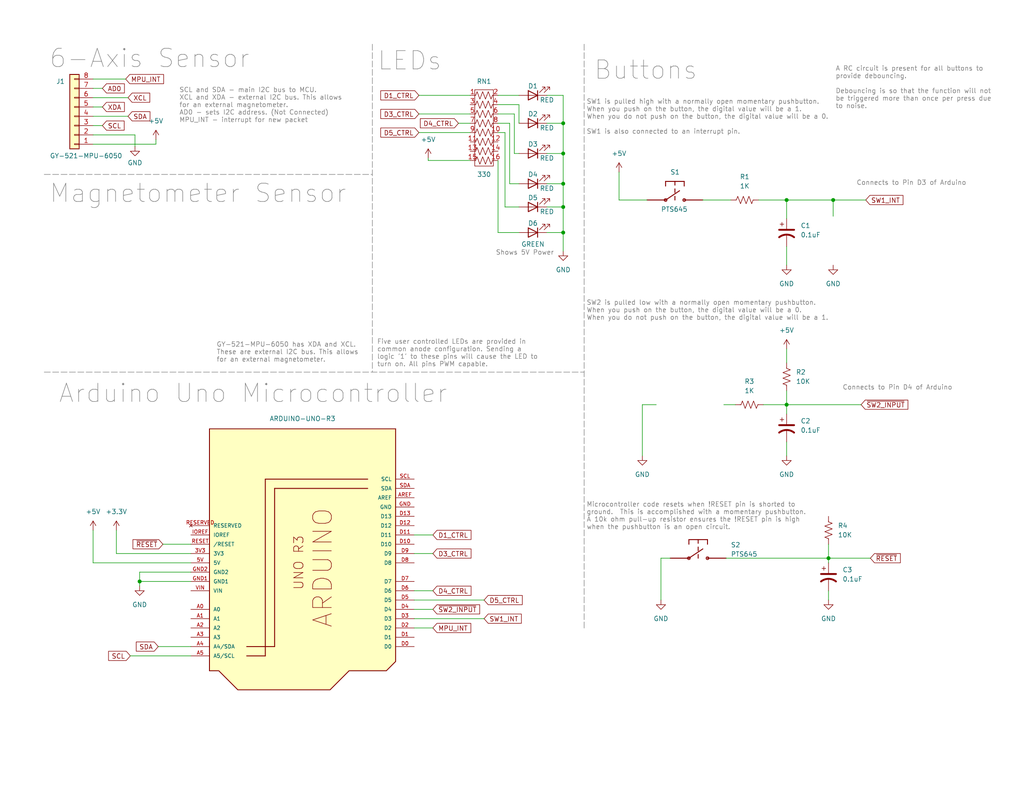
<source format=kicad_sch>
(kicad_sch (version 20230121) (generator eeschema)
  (paper "USLetter")
  (title_block (title "Week 3 Electrical Training Schematic") (date "2023-10-11") (rev "1.0") (company "RoboJackets"))
  (lib_symbols
    (symbol "Connector_Generic:Conn_01x08" (pin_names (offset 1.016) hide)
      (property "Reference" "J" (at 0 10.16 0))
      (property "Value" "Conn_01x08" (at 0 -12.7 0))
      (symbol "Conn_01x08_1_1"
        (rectangle (start -1.27 -10.033) (end 0 -10.287) (stroke (width 0.1524)))
        (rectangle (start -1.27 -7.493) (end 0 -7.747) (stroke (width 0.1524)))
        (rectangle (start -1.27 -4.953) (end 0 -5.207) (stroke (width 0.1524)))
        (rectangle (start -1.27 -2.413) (end 0 -2.667) (stroke (width 0.1524)))
        (rectangle (start -1.27 0.127) (end 0 -0.127) (stroke (width 0.1524)))
        (rectangle (start -1.27 2.667) (end 0 2.413) (stroke (width 0.1524)))
        (rectangle (start -1.27 5.207) (end 0 4.953) (stroke (width 0.1524)))
        (rectangle (start -1.27 7.747) (end 0 7.493) (stroke (width 0.1524)))
        (rectangle (start -1.27 8.89) (end 1.27 -11.43) (stroke (width 0.254)) (fill (type background)))
        (pin passive line (at -5.08 7.62 0) (length 3.81) (name "Pin_1") (number "1"))
        (pin passive line (at -5.08 5.08 0) (length 3.81) (name "Pin_2") (number "2"))
        (pin passive line (at -5.08 2.54 0) (length 3.81) (name "Pin_3") (number "3"))
        (pin passive line (at -5.08 0 0) (length 3.81) (name "Pin_4") (number "4"))
        (pin passive line (at -5.08 -2.54 0) (length 3.81) (name "Pin_5") (number "5"))
        (pin passive line (at -5.08 -5.08 0) (length 3.81) (name "Pin_6") (number "6"))
        (pin passive line (at -5.08 -7.62 0) (length 3.81) (name "Pin_7") (number "7"))
        (pin passive line (at -5.08 -10.16 0) (length 3.81) (name "Pin_8") (number "8"))
      )
    )
    (symbol "Device:C_Polarized_US" (pin_numbers hide) (pin_names (offset 0.254) hide)
      (property "Reference" "C" (at 0.635 2.54 0))
      (property "Value" "C_Polarized_US" (at 0.635 -2.54 0))
      (symbol "C_Polarized_US_0_1"
        (polyline (pts (xy -2.032 0.762) (xy 2.032 0.762)) (stroke (width 0.508)))
        (polyline (pts (xy -1.778 2.286) (xy -0.762 2.286)))
        (polyline (pts (xy -1.27 1.778) (xy -1.27 2.794)))
        (arc (start 2.032 -1.27) (mid 0 -0.5572) (end -2.032 -1.27) (stroke (width 0.508)))
      )
      (symbol "C_Polarized_US_1_1"
        (pin passive line (at 0 3.81 270) (length 2.794) (name "~") (number "1"))
        (pin passive line (at 0 -3.81 90) (length 3.302) (name "~") (number "2"))
      )
    )
    (symbol "Device:LED" (pin_numbers hide) (pin_names (offset 1.016) hide)
      (property "Reference" "D" (at 0 2.54 0))
      (property "Value" "LED" (at 0 -2.54 0))
      (symbol "LED_0_1"
        (polyline (pts (xy -1.27 -1.27) (xy -1.27 1.27)) (stroke (width 0.254)))
        (polyline (pts (xy -1.27 0) (xy 1.27 0)))
        (polyline (pts (xy 1.27 -1.27) (xy 1.27 1.27) (xy -1.27 0) (xy 1.27 -1.27)) (stroke (width 0.254)))
        (polyline (pts (xy -3.048 -0.762) (xy -4.572 -2.286) (xy -3.81 -2.286) (xy -4.572 -2.286) (xy -4.572 -1.524)))
        (polyline (pts (xy -1.778 -0.762) (xy -3.302 -2.286) (xy -2.54 -2.286) (xy -3.302 -2.286) (xy -3.302 -1.524)))
      )
      (symbol "LED_1_1"
        (pin passive line (at -3.81 0 0) (length 2.54) (name "K") (number "1"))
        (pin passive line (at 3.81 0 180) (length 2.54) (name "A") (number "2"))
      )
    )
    (symbol "Device:R_US" (pin_numbers hide) (pin_names (offset 0))
      (property "Reference" "R" (at 2.54 0 90))
      (property "Value" "R_US" (at -2.54 0 90))
      (symbol "R_US_0_1"
        (polyline (pts (xy 0 -2.286) (xy 0 -2.54)))
        (polyline (pts (xy 0 2.286) (xy 0 2.54)))
        (polyline (pts (xy 0 -0.762) (xy 1.016 -1.143) (xy 0 -1.524) (xy -1.016 -1.905) (xy 0 -2.286)))
        (polyline (pts (xy 0 0.762) (xy 1.016 0.381) (xy 0 0) (xy -1.016 -0.381) (xy 0 -0.762)))
        (polyline (pts (xy 0 2.286) (xy 1.016 1.905) (xy 0 1.524) (xy -1.016 1.143) (xy 0 0.762)))
      )
      (symbol "R_US_1_1"
        (pin passive line (at 0 3.81 270) (length 1.27) (name "~") (number "1"))
        (pin passive line (at 0 -3.81 90) (length 1.27) (name "~") (number "2"))
      )
    )
    (symbol "RoboJackets:ARDUINO-UNO-R3" (pin_names (offset 1.016))
      (property "Reference" "MOD" (at 30.861 -41.656 90))
      (property "Value" "ARDUINO-UNO-R3" (at -4.064 41.402 0))
      (symbol "ARDUINO-UNO-R3_0_0"
        (polyline (pts (xy -11.43 -22.86) (xy -16.51 -22.86)) (stroke (width 0.254)))
        (polyline (pts (xy -11.43 25.4) (xy -11.43 -22.86)) (stroke (width 0.254)))
        (polyline (pts (xy -8.89 -20.32) (xy -16.51 -20.32)) (stroke (width 0.254)))
        (polyline (pts (xy -8.89 22.86) (xy -8.89 -20.32)) (stroke (width 0.254)))
        (polyline (pts (xy 16.51 22.86) (xy -8.89 22.86)) (stroke (width 0.254)))
        (polyline (pts (xy 16.51 25.4) (xy -11.43 25.4)) (stroke (width 0.254)))
        (text "ARDUINO" (at 1.27 17.78 900) (effects (font (size 5.08 5.08)) (justify right top)))
        (text "UNO R3" (at -3.81 10.16 900) (effects (font (size 2.54 2.54)) (justify right top)))
        (pin power_in line (at -31.75 2.54 0) (length 5.08) (name "5V") (number "5V"))
        (pin bidirectional line (at -31.75 -10.16 0) (length 5.08) (name "A0") (number "A0"))
        (pin bidirectional line (at -31.75 -12.7 0) (length 5.08) (name "A1") (number "A1"))
        (pin bidirectional line (at -31.75 -15.24 0) (length 5.08) (name "A2") (number "A2"))
        (pin bidirectional line (at -31.75 -17.78 0) (length 5.08) (name "A3") (number "A3"))
        (pin bidirectional line (at -31.75 -20.32 0) (length 5.08) (name "A4/SDA") (number "A4"))
        (pin bidirectional line (at -31.75 -22.86 0) (length 5.08) (name "A5/SCL") (number "A5"))
        (pin bidirectional line (at 29.21 20.32 180) (length 5.08) (name "AREF") (number "AREF"))
        (pin bidirectional line (at 29.21 -20.32 180) (length 5.08) (name "D0") (number "D0"))
        (pin bidirectional line (at 29.21 -17.78 180) (length 5.08) (name "D1") (number "D1"))
        (pin bidirectional line (at 29.21 7.62 180) (length 5.08) (name "D10") (number "D10"))
        (pin bidirectional line (at 29.21 10.16 180) (length 5.08) (name "D11") (number "D11"))
        (pin bidirectional line (at 29.21 12.7 180) (length 5.08) (name "D12") (number "D12"))
        (pin bidirectional line (at 29.21 15.24 180) (length 5.08) (name "D13") (number "D13"))
        (pin bidirectional line (at 29.21 -15.24 180) (length 5.08) (name "D2") (number "D2"))
        (pin bidirectional line (at 29.21 -12.7 180) (length 5.08) (name "D3") (number "D3"))
        (pin bidirectional line (at 29.21 -10.16 180) (length 5.08) (name "D4") (number "D4"))
        (pin bidirectional line (at 29.21 -7.62 180) (length 5.08) (name "D5") (number "D5"))
        (pin bidirectional line (at 29.21 -5.08 180) (length 5.08) (name "D6") (number "D6"))
        (pin bidirectional line (at 29.21 -2.54 180) (length 5.08) (name "D7") (number "D7"))
        (pin bidirectional line (at 29.21 2.54 180) (length 5.08) (name "D8") (number "D8"))
        (pin bidirectional line (at 29.21 5.08 180) (length 5.08) (name "D9") (number "D9"))
        (pin power_in line (at 29.21 17.78 180) (length 5.08) (name "GND") (number "GND"))
        (pin power_in line (at -31.75 -2.54 0) (length 5.08) (name "GND1") (number "GND1"))
        (pin power_in line (at -31.75 0 0) (length 5.08) (name "GND2") (number "GND2"))
        (pin output line (at -31.75 10.16 0) (length 5.08) (name "IOREF") (number "IOREF"))
        (pin no_connect line (at -31.75 12.7 0) (length 5.08) (name "RESERVED") (number "RESERVED"))
        (pin bidirectional line (at -31.75 7.62 0) (length 5.08) (name "/RESET") (number "RESET"))
        (pin bidirectional line (at 29.21 25.4 180) (length 5.08) (name "SCL") (number "SCL"))
        (pin bidirectional line (at 29.21 22.86 180) (length 5.08) (name "SDA") (number "SDA"))
        (pin power_in line (at -31.75 -5.08 0) (length 5.08) (name "VIN") (number "VIN"))
      )
      (symbol "ARDUINO-UNO-R3_1_0"
        (pin power_in line (at -31.75 5.08 0) (length 5.08) (name "3V3") (number "3V3"))
      )
      (symbol "ARDUINO-UNO-R3_1_1"
        (polyline (pts (xy 24.13 39.116) (xy -26.67 39.116) (xy -26.67 -26.924) (xy -24.13 -26.924) (xy -18.923 -32.131) (xy 6.223 -32.131) (xy 11.43 -26.924) (xy 21.59 -26.924) (xy 24.13 -24.384) (xy 24.13 39.116)) (stroke (width 0.254)) (fill (type background)))
      )
    )
    (symbol "RoboJackets:PTS645" (pin_names (offset 1.016))
      (property "Reference" "S" (at -2.54 -2.54 0))
      (property "Value" "PTS645" (at 0.508 5.969 0))
      (symbol "PTS645_0_0"
        (circle (center -2.54 0) (radius 0.3592) (stroke (width 0.254)))
        (polyline (pts (xy -7.62 0) (xy -2.54 0)) (stroke (width 0.254)))
        (polyline (pts (xy -2.54 0) (xy 1.27 2.54)) (stroke (width 0.254)))
        (polyline (pts (xy -2.54 3.81) (xy -2.54 5.08)) (stroke (width 0.254)))
        (polyline (pts (xy -2.54 5.08) (xy 0 5.08)) (stroke (width 0.254)))
        (polyline (pts (xy 0 0) (xy 0 1.016)) (stroke (width 0.254)))
        (polyline (pts (xy 0 2.032) (xy 0 3.048)) (stroke (width 0.254)))
        (polyline (pts (xy 0 4.064) (xy 0 5.08)) (stroke (width 0.254)))
        (polyline (pts (xy 0 5.08) (xy 2.54 5.08)) (stroke (width 0.254)))
        (polyline (pts (xy 2.54 0) (xy 7.62 0)) (stroke (width 0.254)))
        (polyline (pts (xy 2.54 5.08) (xy 2.54 3.81)) (stroke (width 0.254)))
        (circle (center 2.54 0) (radius 0.3592) (stroke (width 0.254)))
      )
      (symbol "PTS645_1_0"
        (pin passive line (at -7.62 0 0) (length 5.08) hide (name "~") (number "1"))
        (pin passive line (at -7.62 0 0) (length 5.08) hide (name "~") (number "2"))
        (pin passive line (at 7.62 0 180) (length 5.08) hide (name "~") (number "3"))
        (pin passive line (at 7.62 0 180) (length 5.08) hide (name "~") (number "4"))
      )
    )
    (symbol "RoboJackets:R_Pack8_US"
      (property "Reference" "RN" (at 1.2192 2.794 0))
      (property "Value" "R_Pack8_US" (at 1.3208 -21.0566 0))
      (symbol "R_Pack8_US_0_1"
        (rectangle (start -1.27 1.524) (end 3.81 -19.304))
        (polyline (pts (xy -1.016 -17.78) (xy -1.27 -17.78)))
        (polyline (pts (xy -1.016 -15.24) (xy -1.27 -15.24)))
        (polyline (pts (xy -1.016 -12.7) (xy -1.27 -12.7)))
        (polyline (pts (xy -1.016 -10.16) (xy -1.27 -10.16)))
        (polyline (pts (xy -1.016 -7.62) (xy -1.27 -7.62)))
        (polyline (pts (xy -1.016 -5.08) (xy -1.27 -5.08)))
        (polyline (pts (xy -1.016 -2.54) (xy -1.27 -2.54)))
        (polyline (pts (xy -1.016 0) (xy -1.27 0)))
        (polyline (pts (xy 3.556 -17.78) (xy 3.81 -17.78)))
        (polyline (pts (xy 3.556 -15.24) (xy 3.81 -15.24)))
        (polyline (pts (xy 3.556 -12.7) (xy 3.81 -12.7)))
        (polyline (pts (xy 3.556 -10.16) (xy 3.81 -10.16)))
        (polyline (pts (xy 3.556 -7.62) (xy 3.81 -7.62)))
        (polyline (pts (xy 3.556 -5.08) (xy 3.81 -5.08)))
        (polyline (pts (xy 3.556 -2.54) (xy 3.81 -2.54)))
        (polyline (pts (xy 3.556 0) (xy 3.81 0)))
        (polyline (pts (xy -1.016 -17.78) (xy -0.635 -16.764) (xy -0.254 -17.78) (xy 0.127 -18.796) (xy 0.508 -17.78)))
        (polyline (pts (xy -1.016 -15.24) (xy -0.635 -14.224) (xy -0.254 -15.24) (xy 0.127 -16.256) (xy 0.508 -15.24)))
        (polyline (pts (xy -1.016 -12.7) (xy -0.635 -11.684) (xy -0.254 -12.7) (xy 0.127 -13.716) (xy 0.508 -12.7)))
        (polyline (pts (xy -1.016 -10.16) (xy -0.635 -9.144) (xy -0.254 -10.16) (xy 0.127 -11.176) (xy 0.508 -10.16)))
        (polyline (pts (xy -1.016 -7.62) (xy -0.635 -6.604) (xy -0.254 -7.62) (xy 0.127 -8.636) (xy 0.508 -7.62)))
        (polyline (pts (xy -1.016 -5.08) (xy -0.635 -4.064) (xy -0.254 -5.08) (xy 0.127 -6.096) (xy 0.508 -5.08)))
        (polyline (pts (xy -1.016 -2.54) (xy -0.635 -1.524) (xy -0.254 -2.54) (xy 0.127 -3.556) (xy 0.508 -2.54)))
        (polyline (pts (xy -1.016 0) (xy -0.635 1.016) (xy -0.254 0) (xy 0.127 -1.016) (xy 0.508 0)))
        (polyline (pts (xy 0.508 -17.78) (xy 0.889 -16.764) (xy 1.27 -17.78) (xy 1.651 -18.796) (xy 2.032 -17.78)))
        (polyline (pts (xy 0.508 -15.24) (xy 0.889 -14.224) (xy 1.27 -15.24) (xy 1.651 -16.256) (xy 2.032 -15.24)))
        (polyline (pts (xy 0.508 -12.7) (xy 0.889 -11.684) (xy 1.27 -12.7) (xy 1.651 -13.716) (xy 2.032 -12.7)))
        (polyline (pts (xy 0.508 -10.16) (xy 0.889 -9.144) (xy 1.27 -10.16) (xy 1.651 -11.176) (xy 2.032 -10.16)))
        (polyline (pts (xy 0.508 -7.62) (xy 0.889 -6.604) (xy 1.27 -7.62) (xy 1.651 -8.636) (xy 2.032 -7.62)))
        (polyline (pts (xy 0.508 -5.08) (xy 0.889 -4.064) (xy 1.27 -5.08) (xy 1.651 -6.096) (xy 2.032 -5.08)))
        (polyline (pts (xy 0.508 -2.54) (xy 0.889 -1.524) (xy 1.27 -2.54) (xy 1.651 -3.556) (xy 2.032 -2.54)))
        (polyline (pts (xy 0.508 0) (xy 0.889 1.016) (xy 1.27 0) (xy 1.651 -1.016) (xy 2.032 0)))
        (polyline (pts (xy 2.032 -17.78) (xy 2.413 -16.764) (xy 2.794 -17.78) (xy 3.175 -18.796) (xy 3.556 -17.78)))
        (polyline (pts (xy 2.032 -15.24) (xy 2.413 -14.224) (xy 2.794 -15.24) (xy 3.175 -16.256) (xy 3.556 -15.24)))
        (polyline (pts (xy 2.032 -12.7) (xy 2.413 -11.684) (xy 2.794 -12.7) (xy 3.175 -13.716) (xy 3.556 -12.7)))
        (polyline (pts (xy 2.032 -10.16) (xy 2.413 -9.144) (xy 2.794 -10.16) (xy 3.175 -11.176) (xy 3.556 -10.16)))
        (polyline (pts (xy 2.032 -7.62) (xy 2.413 -6.604) (xy 2.794 -7.62) (xy 3.175 -8.636) (xy 3.556 -7.62)))
        (polyline (pts (xy 2.032 -5.08) (xy 2.413 -4.064) (xy 2.794 -5.08) (xy 3.175 -6.096) (xy 3.556 -5.08)))
        (polyline (pts (xy 2.032 -2.54) (xy 2.413 -1.524) (xy 2.794 -2.54) (xy 3.175 -3.556) (xy 3.556 -2.54)))
        (polyline (pts (xy 2.032 0) (xy 2.413 1.016) (xy 2.794 0) (xy 3.175 -1.016) (xy 3.556 0)))
      )
      (symbol "R_Pack8_US_1_1"
        (pin passive line (at -2.54 0 0) (length 1.27) (name "~") (number "1"))
        (pin passive line (at 5.08 -10.16 180) (length 1.27) (name "~") (number "10"))
        (pin passive line (at -2.54 -12.7 0) (length 1.27) (name "~") (number "11"))
        (pin passive line (at 5.08 -12.7 180) (length 1.27) (name "~") (number "12"))
        (pin passive line (at -2.54 -15.24 0) (length 1.27) (name "~") (number "13"))
        (pin passive line (at 5.08 -15.24 180) (length 1.27) (name "~") (number "14"))
        (pin passive line (at -2.54 -17.78 0) (length 1.27) (name "~") (number "15"))
        (pin passive line (at 5.08 -17.78 180) (length 1.27) (name "~") (number "16"))
        (pin passive line (at 5.08 0 180) (length 1.27) (name "~") (number "2"))
        (pin passive line (at -2.54 -2.54 0) (length 1.27) (name "~") (number "3"))
        (pin passive line (at 5.08 -2.54 180) (length 1.27) (name "~") (number "4"))
        (pin passive line (at -2.54 -5.08 0) (length 1.27) (name "~") (number "5"))
        (pin passive line (at 5.08 -5.08 180) (length 1.27) (name "~") (number "6"))
        (pin passive line (at -2.54 -7.62 0) (length 1.27) (name "~") (number "7"))
        (pin passive line (at 5.08 -7.62 180) (length 1.27) (name "~") (number "8"))
        (pin passive line (at -2.54 -10.16 0) (length 1.27) (name "~") (number "9"))
      )
    )
    (symbol "power:+3.3V" (power) (pin_names (offset 0))
      (property "Value" "+3.3V" (at 0 3.556 0))
      (symbol "+3.3V_0_1"
        (polyline (pts (xy -0.762 1.27) (xy 0 2.54)))
        (polyline (pts (xy 0 0) (xy 0 2.54)))
        (polyline (pts (xy 0 2.54) (xy 0.762 1.27)))
      )
      (symbol "+3.3V_1_1"
        (pin power_in line (at 0 0 90) (length 0) hide (name "+3.3V") (number "1"))
      )
    )
    (symbol "power:+5V" (power) (pin_names (offset 0))
      (property "Value" "+5V" (at 0 3.556 0))
      (symbol "+5V_0_1"
        (polyline (pts (xy -0.762 1.27) (xy 0 2.54)))
        (polyline (pts (xy 0 0) (xy 0 2.54)))
        (polyline (pts (xy 0 2.54) (xy 0.762 1.27)))
      )
      (symbol "+5V_1_1"
        (pin power_in line (at 0 0 90) (length 0) hide (name "+5V") (number "1"))
      )
    )
    (symbol "power:GND" (power) (pin_names (offset 0))
      (property "Value" "GND" (at 0 -3.81 0))
      (symbol "GND_0_1"
        (polyline (pts (xy 0 0) (xy 0 -1.27) (xy 1.27 -1.27) (xy 0 -2.54) (xy -1.27 -1.27) (xy 0 -1.27)))
      )
      (symbol "GND_1_1"
        (pin power_in line (at 0 0 270) (length 0) hide (name "GND") (number "1"))
      )
    )
  )
  (junction (at 153.67 56.515))
  (junction (at 38.1 158.75))
  (junction (at 153.67 33.655))
  (junction (at 226.06 152.4))
  (junction (at 214.63 54.61))
  (junction (at 153.67 63.5))
  (junction (at 153.67 50.165))
  (junction (at 214.63 110.49))
  (junction (at 227.33 54.61))
  (junction (at 153.67 41.91))
  (wire (pts (xy 175.26 110.49) (xy 175.26 124.46)))
  (wire (pts (xy 31.75 151.13) (xy 31.75 144.78)))
  (wire (pts (xy 113.03 171.45) (xy 118.11 171.45)))
  (wire (pts (xy 128.27 43.815) (xy 116.84 43.815)))
  (wire (pts (xy 227.33 54.61) (xy 236.22 54.61)))
  (wire (pts (xy 141.605 33.655) (xy 141.605 28.575)))
  (wire (pts (xy 25.4 39.37) (xy 42.545 39.37)))
  (wire (pts (xy 113.03 146.05) (xy 118.11 146.05)))
  (wire (pts (xy 125.095 33.655) (xy 128.27 33.655)))
  (wire (pts (xy 139.065 33.655) (xy 135.89 33.655)))
  (wire (pts (xy 214.63 110.49) (xy 214.63 113.03)))
  (wire (pts (xy 38.1 156.21) (xy 52.07 156.21)))
  (wire (pts (xy 153.67 56.515) (xy 153.67 63.5)))
  (wire (pts (xy 38.1 156.21) (xy 38.1 158.75)))
  (wire (pts (xy 25.4 153.67) (xy 25.4 144.78)))
  (wire (pts (xy 149.225 56.515) (xy 153.67 56.515)))
  (polyline (pts (xy 159.385 12.065) (xy 159.385 171.831)) (stroke (width 0) (type dash) (color 128 128 128 1)))
  (wire (pts (xy 175.26 110.49) (xy 179.07 110.49)))
  (wire (pts (xy 25.4 34.29) (xy 27.94 34.29)))
  (wire (pts (xy 114.3 26.035) (xy 128.27 26.035)))
  (wire (pts (xy 214.63 106.68) (xy 214.63 110.49)))
  (wire (pts (xy 52.07 153.67) (xy 25.4 153.67)))
  (wire (pts (xy 180.34 152.4) (xy 180.34 163.83)))
  (wire (pts (xy 135.89 26.035) (xy 141.605 26.035)))
  (wire (pts (xy 38.1 158.75) (xy 38.1 160.02)))
  (wire (pts (xy 135.89 28.575) (xy 141.605 28.575)))
  (wire (pts (xy 226.06 161.29) (xy 226.06 163.83)))
  (wire (pts (xy 153.67 33.655) (xy 153.67 26.035)))
  (wire (pts (xy 135.89 63.5) (xy 135.89 43.815)))
  (wire (pts (xy 114.3 31.115) (xy 128.27 31.115)))
  (wire (pts (xy 25.4 26.67) (xy 34.925 26.67)))
  (wire (pts (xy 153.67 63.5) (xy 153.67 68.58)))
  (wire (pts (xy 116.84 43.815) (xy 116.84 43.18)))
  (wire (pts (xy 141.605 63.5) (xy 135.89 63.5)))
  (wire (pts (xy 226.06 152.4) (xy 237.49 152.4)))
  (wire (pts (xy 141.605 50.165) (xy 139.065 50.165)))
  (wire (pts (xy 214.63 54.61) (xy 214.63 59.69)))
  (wire (pts (xy 25.4 21.59) (xy 34.29 21.59)))
  (wire (pts (xy 113.03 163.83) (xy 132.08 163.83)))
  (wire (pts (xy 191.77 54.61) (xy 199.39 54.61)))
  (wire (pts (xy 113.03 168.91) (xy 132.08 168.91)))
  (wire (pts (xy 168.91 46.99) (xy 168.91 54.61)))
  (wire (pts (xy 208.28 110.49) (xy 214.63 110.49)))
  (wire (pts (xy 44.45 148.59) (xy 52.07 148.59)))
  (wire (pts (xy 226.06 148.59) (xy 226.06 152.4)))
  (wire (pts (xy 153.67 41.91) (xy 153.67 33.655)))
  (wire (pts (xy 227.33 54.61) (xy 227.33 59.055)))
  (wire (pts (xy 198.12 152.4) (xy 226.06 152.4)))
  (wire (pts (xy 153.67 26.035) (xy 149.225 26.035)))
  (wire (pts (xy 149.225 50.165) (xy 153.67 50.165)))
  (polyline (pts (xy 12.065 47.625) (xy 101.6 47.625)) (stroke (width 0) (type dash) (color 128 128 128 1)))
  (wire (pts (xy 25.4 24.13) (xy 27.94 24.13)))
  (polyline (pts (xy 12.065 101.6) (xy 159.385 101.6)) (stroke (width 0) (type dash) (color 128 128 128 1)))
  (wire (pts (xy 214.63 67.31) (xy 214.63 72.39)))
  (wire (pts (xy 141.605 56.515) (xy 137.795 56.515)))
  (wire (pts (xy 168.91 54.61) (xy 176.53 54.61)))
  (wire (pts (xy 42.545 39.37) (xy 42.545 38.1)))
  (wire (pts (xy 25.4 31.75) (xy 34.925 31.75)))
  (wire (pts (xy 153.67 56.515) (xy 153.67 50.165)))
  (wire (pts (xy 113.03 161.29) (xy 118.11 161.29)))
  (wire (pts (xy 149.225 33.655) (xy 153.67 33.655)))
  (wire (pts (xy 114.3 36.195) (xy 128.27 36.195)))
  (wire (pts (xy 214.63 54.61) (xy 227.33 54.61)))
  (wire (pts (xy 149.225 41.91) (xy 153.67 41.91)))
  (wire (pts (xy 226.06 152.4) (xy 226.06 153.67)))
  (wire (pts (xy 139.065 50.165) (xy 139.065 33.655)))
  (wire (pts (xy 197.485 110.49) (xy 200.66 110.49)))
  (wire (pts (xy 113.03 151.13) (xy 118.11 151.13)))
  (wire (pts (xy 153.67 50.165) (xy 153.67 41.91)))
  (wire (pts (xy 214.63 110.49) (xy 234.95 110.49)))
  (wire (pts (xy 137.795 36.195) (xy 135.89 36.195)))
  (wire (pts (xy 137.795 56.515) (xy 137.795 36.195)))
  (wire (pts (xy 113.03 166.37) (xy 118.11 166.37)))
  (wire (pts (xy 43.18 176.53) (xy 52.07 176.53)))
  (polyline (pts (xy 101.6 12.065) (xy 101.6 101.6)) (stroke (width 0) (type dash) (color 128 128 128 1)))
  (wire (pts (xy 25.4 36.83) (xy 36.83 36.83)))
  (wire (pts (xy 38.1 158.75) (xy 52.07 158.75)))
  (wire (pts (xy 214.63 120.65) (xy 214.63 124.46)))
  (wire (pts (xy 140.335 41.91) (xy 140.335 31.115)))
  (wire (pts (xy 141.605 41.91) (xy 140.335 41.91)))
  (wire (pts (xy 25.4 29.21) (xy 27.94 29.21)))
  (wire (pts (xy 149.225 63.5) (xy 153.67 63.5)))
  (wire (pts (xy 207.01 54.61) (xy 214.63 54.61)))
  (wire (pts (xy 52.07 151.13) (xy 31.75 151.13)))
  (wire (pts (xy 35.56 179.07) (xy 52.07 179.07)))
  (wire (pts (xy 182.88 152.4) (xy 180.34 152.4)))
  (wire (pts (xy 140.335 31.115) (xy 135.89 31.115)))
  (wire (pts (xy 36.83 36.83) (xy 36.83 40.005)))
  (wire (pts (xy 214.63 95.25) (xy 214.63 99.06)))
  (text "Magnetometer Sensor" (at 13.335 55.88 0) (effects (font (size 5 5)) (justify left bottom)))
  (text "Shows 5V Power" (at 135.255 69.85 0) (effects (font (size 1.27 1.27)) (justify left bottom)))
  (text "SW1 is pulled high with a normally open momentary pushbutton. \nWhen you push on the button, the digital value will be a 1.\nWhen you do not push on the button, the digital value will be a 0.\n\nSW1 is also connected to an interrupt pin." (at 160.02 36.83 0) (effects (font (size 1.27 1.27)) (justify left bottom)))
  (text "Buttons" (at 161.925 22.225 0) (effects (font (size 5 5)) (justify left bottom)))
  (text "Arduino Uno Microcontroller" (at 15.875 110.49 0) (effects (font (size 5 5)) (justify left bottom)))
  (text "GY-521-MPU-6050 has XDA and XCL. \nThese are external I2C bus. This allows \nfor an external magnetometer." (at 59.055 99.06 0) (effects (font (size 1.27 1.27)) (justify left bottom)))
  (text "LEDs" (at 102.87 19.685 0) (effects (font (size 5 5)) (justify left bottom)))
  (text "A RC circuit is present for all buttons to \nprovide debouncing.\n\nDebouncing is so that the function will not \nbe triggered more than once per press due \nto noise." (at 227.965 29.845 0) (effects (font (size 1.27 1.27)) (justify left bottom)))
  (text "6-Axis Sensor" (at 13.335 19.05 0) (effects (font (size 5 5)) (justify left bottom)))
  (text "Connects to Pin D3 of Arduino" (at 233.68 50.8 0) (effects (font (size 1.27 1.27)) (justify left bottom)))
  (text "SCL and SDA - main I2C bus to MCU. \nXCL and XDA - external I2C bus. This allows \nfor an external magnetometer.\nAD0 - sets I2C address. (Not Connected)\nMPU_INT - interrupt for new packet" (at 48.895 33.655 0) (effects (font (size 1.27 1.27)) (justify left bottom)))
  (text "Five user controlled LEDs are provided in \ncommon anode configuration. Sending a \nlogic '1' to these pins will cause the LED to\nturn on. All pins PWM capable." (at 102.87 100.33 0) (effects (font (size 1.27 1.27)) (justify left bottom)))
  (text "Connects to Pin D4 of Arduino" (at 229.87 106.68 0) (effects (font (size 1.27 1.27)) (justify left bottom)))
  (text "SW2 is pulled low with a normally open momentary pushbutton. \nWhen you push on the button, the digital value will be a 0.\nWhen you do not push on the button, the digital value will be a 1." (at 160.02 87.63 0) (effects (font (size 1.27 1.27)) (justify left bottom)))
  (text "Microcontroller code resets when !RESET pin is shorted to\nground.  This is accomplished with a momentary pushbutton. \nA 10k ohm pull-up resistor ensures the !RESET pin is high\nwhen the pushbutton is an open circuit." (at 160.02 144.78 0) (effects (font (size 1.27 1.27)) (justify left bottom)))
  (global_label "D3_CTRL" (shape input) (at 114.3 31.115 180) (property "Intersheetrefs" "${INTERSHEET_REFS}" (effects hide)))
  (global_label "D4_CTRL" (shape input) (at 118.11 161.29 0) (property "Intersheetrefs" "${INTERSHEET_REFS}" (effects hide)))
  (global_label "SCL" (shape input) (at 27.94 34.29 0) (property "Intersheetrefs" "${INTERSHEET_REFS}" (effects hide)))
  (global_label "~{SW2_INPUT}" (shape input) (at 118.11 166.37 0) (property "Intersheetrefs" "${INTERSHEET_REFS}" (effects hide)))
  (global_label "D1_CTRL" (shape input) (at 118.11 146.05 0) (property "Intersheetrefs" "${INTERSHEET_REFS}" (effects hide)))
  (global_label "SDA" (shape input) (at 34.925 31.75 0) (property "Intersheetrefs" "${INTERSHEET_REFS}" (effects hide)))
  (global_label "D1_CTRL" (shape input) (at 114.3 26.035 180) (property "Intersheetrefs" "${INTERSHEET_REFS}" (effects hide)))
  (global_label "D4_CTRL" (shape input) (at 125.095 33.655 180) (property "Intersheetrefs" "${INTERSHEET_REFS}" (effects hide)))
  (global_label "SW1_INT" (shape input) (at 132.08 168.91 0) (property "Intersheetrefs" "${INTERSHEET_REFS}" (effects hide)))
  (global_label "D5_CTRL" (shape input) (at 132.08 163.83 0) (property "Intersheetrefs" "${INTERSHEET_REFS}" (effects hide)))
  (global_label "D3_CTRL" (shape input) (at 118.11 151.13 0) (property "Intersheetrefs" "${INTERSHEET_REFS}" (effects hide)))
  (global_label "SW1_INT" (shape input) (at 236.22 54.61 0) (property "Intersheetrefs" "${INTERSHEET_REFS}" (effects hide)))
  (global_label "MPU_INT" (shape input) (at 34.29 21.59 0) (property "Intersheetrefs" "${INTERSHEET_REFS}" (effects hide)))
  (global_label "SCL" (shape input) (at 35.56 179.07 180) (property "Intersheetrefs" "${INTERSHEET_REFS}" (effects hide)))
  (global_label "AD0" (shape input) (at 27.94 24.13 0) (property "Intersheetrefs" "${INTERSHEET_REFS}" (effects hide)))
  (global_label "XCL" (shape input) (at 34.925 26.67 0) (property "Intersheetrefs" "${INTERSHEET_REFS}" (effects hide)))
  (global_label "SDA" (shape input) (at 43.18 176.53 180) (property "Intersheetrefs" "${INTERSHEET_REFS}" (effects hide)))
  (global_label "~{SW2_INPUT}" (shape input) (at 234.95 110.49 0) (property "Intersheetrefs" "${INTERSHEET_REFS}" (effects hide)))
  (global_label "~{RESET}" (shape input) (at 44.45 148.59 180) (property "Intersheetrefs" "${INTERSHEET_REFS}" (effects hide)))
  (global_label "~{RESET}" (shape input) (at 237.49 152.4 0) (property "Intersheetrefs" "${INTERSHEET_REFS}" (effects hide)))
  (global_label "MPU_INT" (shape input) (at 118.11 171.45 0) (property "Intersheetrefs" "${INTERSHEET_REFS}" (effects hide)))
  (global_label "XDA" (shape input) (at 27.94 29.21 0) (property "Intersheetrefs" "${INTERSHEET_REFS}" (effects hide)))
  (global_label "D5_CTRL" (shape input) (at 114.3 36.195 180) (property "Intersheetrefs" "${INTERSHEET_REFS}" (effects hide)))
  (symbol (lib_id "power:GND") (at 180.34 163.83 0) (unit 1)
    (property "Reference" "#PWR07" (effects hide))
    (property "Value" "GND" (at 180.34 168.91 0))
  )
  (symbol (lib_id "power:GND") (at 227.33 72.39 0) (unit 1)
    (property "Reference" "#PWR03" (effects hide))
    (property "Value" "GND" (at 227.33 77.47 0))
  )
  (symbol (lib_id "Device:R_US") (at 226.06 144.78 0) (unit 1)
    (property "Reference" "R4" (at 228.6 143.51 0) (effects (justify left)))
    (property "Value" "10K" (at 228.6 146.05 0) (effects (justify left)))
  )
  (symbol (lib_id "Device:LED") (at 145.415 26.035 180) (unit 1)
    (property "Reference" "D1" (at 145.415 23.495 0))
    (property "Value" "RED" (at 149.225 27.305 0))
  )
  (symbol (lib_id "Device:C_Polarized_US") (at 214.63 116.84 0) (unit 1)
    (property "Reference" "C2" (at 218.44 114.935 0) (effects (justify left)))
    (property "Value" "0.1uF" (at 218.44 117.475 0) (effects (justify left)))
  )
  (symbol (lib_id "Device:LED") (at 145.415 50.165 180) (unit 1)
    (property "Reference" "D4" (at 145.415 47.625 0))
    (property "Value" "RED" (at 149.225 51.435 0))
  )
  (symbol (lib_id "power:+5V") (at 116.84 43.18 0) (unit 1)
    (property "Reference" "#PWR013" (effects hide))
    (property "Value" "+5V" (at 116.84 38.1 0))
  )
  (symbol (lib_id "power:GND") (at 226.06 163.83 0) (unit 1)
    (property "Reference" "#PWR08" (effects hide))
    (property "Value" "GND" (at 226.06 168.91 0))
  )
  (symbol (lib_id "Device:LED") (at 145.415 56.515 180) (unit 1)
    (property "Reference" "D5" (at 145.415 53.975 0))
    (property "Value" "RED" (at 149.225 57.785 0))
  )
  (symbol (lib_id "Device:C_Polarized_US") (at 226.06 157.48 0) (unit 1)
    (property "Reference" "C3" (at 229.87 155.575 0) (effects (justify left)))
    (property "Value" "0.1uF" (at 229.87 158.115 0) (effects (justify left)))
  )
  (symbol (lib_id "RoboJackets:PTS645") (at 190.5 152.4 0) (unit 1)
    (property "Reference" "S2" (at 199.39 148.7696 0) (effects (justify left)))
    (property "Value" "PTS645" (at 199.39 151.3096 0) (effects (justify left)))
    (property "MF" "C&K" (effects hide))
    (property "Description" "\nTactile Switch SPST-NO Top Actuated Surface Mount\n" (effects hide))
    (property "Package" "None" (effects hide))
    (property "Price" "None" (effects hide))
    (property "SnapEDA_Link" "https://www.snapeda.com/parts/PTS645SM43SMTR/C%2526K/view-part/?ref=snap" (effects hide))
    (property "MP" "PTS645" (effects hide))
    (property "Purchase-URL" "https://www.snapeda.com/api/url_track_click_mouser/?unipart_id=587816&manufacturer=C&amp;K&part_name=PTS645SM43SMTR&search_term=pts645" (effects hide))
    (property "DIGIKEY" "CKN9112CT-ND" (effects hide))
    (property "Availability" "In Stock" (effects hide))
    (property "Check_prices" "https://www.snapeda.com/parts/PTS645SM43SMTR/C%2526K/view-part/?ref=eda" (effects hide))
  )
  (symbol (lib_id "power:+5V") (at 214.63 95.25 0) (unit 1)
    (property "Reference" "#PWR04" (effects hide))
    (property "Value" "+5V" (at 214.63 90.17 0))
  )
  (symbol (lib_id "Device:LED") (at 145.415 33.655 180) (unit 1)
    (property "Reference" "D2" (at 145.415 31.115 0))
    (property "Value" "RED" (at 149.225 34.925 0))
  )
  (symbol (lib_id "power:GND") (at 36.83 40.005 0) (unit 1)
    (property "Reference" "#PWR014" (effects hide))
    (property "Value" "GND" (at 36.83 44.45 0))
  )
  (symbol (lib_id "Device:LED") (at 145.415 63.5 180) (unit 1)
    (property "Reference" "D6" (at 145.415 60.96 0))
    (property "Value" "GREEN" (at 145.415 66.675 0))
  )
  (symbol (lib_id "Device:LED") (at 145.415 41.91 180) (unit 1)
    (property "Reference" "D3" (at 145.415 39.37 0))
    (property "Value" "RED" (at 149.225 43.18 0))
  )
  (symbol (lib_id "power:+5V") (at 168.91 46.99 0) (unit 1)
    (property "Reference" "#PWR01" (effects hide))
    (property "Value" "+5V" (at 168.91 41.91 0))
  )
  (symbol (lib_id "Device:R_US") (at 204.47 110.49 90) (unit 1)
    (property "Reference" "R3" (at 204.47 104.14 90))
    (property "Value" "1K" (at 204.47 106.68 90))
  )
  (symbol (lib_id "power:GND") (at 214.63 124.46 0) (unit 1)
    (property "Reference" "#PWR05" (effects hide))
    (property "Value" "GND" (at 214.63 129.54 0))
  )
  (symbol (lib_id "power:GND") (at 38.1 160.02 0) (unit 1)
    (property "Reference" "#PWR09" (effects hide))
    (property "Value" "GND" (at 38.1 165.1 0))
  )
  (symbol (lib_id "RoboJackets:PTS645") (at 184.15 54.61 0) (unit 1)
    (property "Reference" "S1" (at 182.88 46.99 0) (effects (justify left)))
    (property "Value" "PTS645" (at 180.34 57.15 0) (effects (justify left)))
    (property "MF" "C&K" (effects hide))
    (property "Description" "\nTactile Switch SPST-NO Top Actuated Surface Mount\n" (effects hide))
    (property "Package" "None" (effects hide))
    (property "Price" "None" (effects hide))
    (property "SnapEDA_Link" "https://www.snapeda.com/parts/PTS645SM43SMTR/C%2526K/view-part/?ref=snap" (effects hide))
    (property "MP" "PTS645" (effects hide))
    (property "Purchase-URL" "https://www.snapeda.com/api/url_track_click_mouser/?unipart_id=587816&manufacturer=C&amp;K&part_name=PTS645SM43SMTR&search_term=pts645" (effects hide))
    (property "DIGIKEY" "CKN9112CT-ND" (effects hide))
    (property "Availability" "In Stock" (effects hide))
    (property "Check_prices" "https://www.snapeda.com/parts/PTS645SM43SMTR/C%2526K/view-part/?ref=eda" (effects hide))
  )
  (symbol (lib_id "Device:R_US") (at 203.2 54.61 90) (unit 1)
    (property "Reference" "R1" (at 203.2 48.26 90))
    (property "Value" "1K" (at 203.2 50.8 90))
  )
  (symbol (lib_id "RoboJackets:ARDUINO-UNO-R3") (at 83.82 156.21 0) (unit 1)
    (property "Reference" "MOD1" (effects hide))
    (property "Value" "ARDUINO-UNO-R3" (at 82.55 114.3 0))
    (property "Footprint" "ARDUINO-UNO-R3:ARDUINO-UNO-R3" (effects hide))
    (property "MF" "Velleman" (effects hide))
    (property "Description" "\nARDUINO UNO REV.3 / BOX (CARTON)\n" (effects hide))
    (property "Package" "Non-Standard Arduino" (effects hide))
    (property "Price" "None" (effects hide))
    (property "SnapEDA_Link" "https://www.snapeda.com/parts/ARDUINO-UNO-R3/Velleman/view-part/?ref=snap" (effects hide))
    (property "MP" "ARDUINO-UNO-R3" (effects hide))
    (property "Availability" "Not in stock" (effects hide))
    (property "Check_prices" "https://www.snapeda.com/parts/ARDUINO-UNO-R3/Velleman/view-part/?ref=eda" (effects hide))
  )
  (symbol (lib_id "power:GND") (at 153.67 68.58 0) (unit 1)
    (property "Reference" "#PWR012" (effects hide))
    (property "Value" "GND" (at 153.67 73.66 0))
  )
  (symbol (lib_id "RoboJackets:R_Pack8_US") (at 130.81 26.035 0) (unit 1)
    (property "Reference" "RN1" (at 132.08 22.225 0))
    (property "Value" "330" (at 132.08 47.625 0))
  )
  (symbol (lib_id "Connector_Generic:Conn_01x08") (at 20.32 31.75 180) (unit 1)
    (property "Reference" "J1" (at 16.51 22.225 0))
    (property "Value" "GY-521-MPU-6050" (at 23.495 42.545 0))
  )
  (symbol (lib_id "Device:C_Polarized_US") (at 214.63 63.5 0) (unit 1)
    (property "Reference" "C1" (at 218.44 61.595 0) (effects (justify left)))
    (property "Value" "0.1uF" (at 218.44 64.135 0) (effects (justify left)))
  )
  (symbol (lib_id "power:+5V") (at 25.4 144.78 0) (unit 1)
    (property "Reference" "#PWR010" (effects hide))
    (property "Value" "+5V" (at 25.4 139.7 0))
  )
  (symbol (lib_id "power:+5V") (at 42.545 38.1 0) (unit 1)
    (property "Reference" "#PWR015" (effects hide))
    (property "Value" "+5V" (at 42.545 33.02 0))
  )
  (symbol (lib_id "Device:R_US") (at 214.63 102.87 0) (unit 1)
    (property "Reference" "R2" (at 217.17 101.6 0) (effects (justify left)))
    (property "Value" "10K" (at 217.17 104.14 0) (effects (justify left)))
  )
  (symbol (lib_id "power:+3.3V") (at 31.75 144.78 0) (unit 1)
    (property "Reference" "#PWR011" (effects hide))
    (property "Value" "+3.3V" (at 31.75 139.7 0))
  )
  (symbol (lib_id "power:GND") (at 214.63 72.39 0) (unit 1)
    (property "Reference" "#PWR02" (effects hide))
    (property "Value" "GND" (at 214.63 77.47 0))
  )
  (symbol (lib_id "power:GND") (at 175.26 124.46 0) (unit 1)
    (property "Reference" "#PWR06" (effects hide))
    (property "Value" "GND" (at 175.26 129.54 0))
  )
)
</source>
